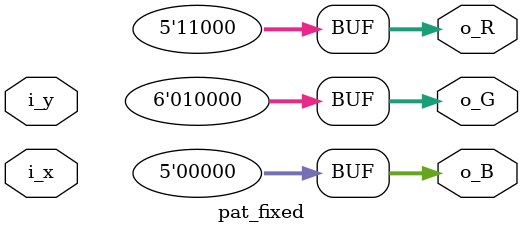
<source format=v>
module pat_fixed (
    input [8:0] i_x,
    input [8:0] i_y,
    output [4:0] o_R,
    output [5:0] o_G,
    output [4:0] o_B
);

assign o_R = 5'b11000;
assign o_G = 6'b010000;
assign o_B = 5'b00000;

endmodule
</source>
